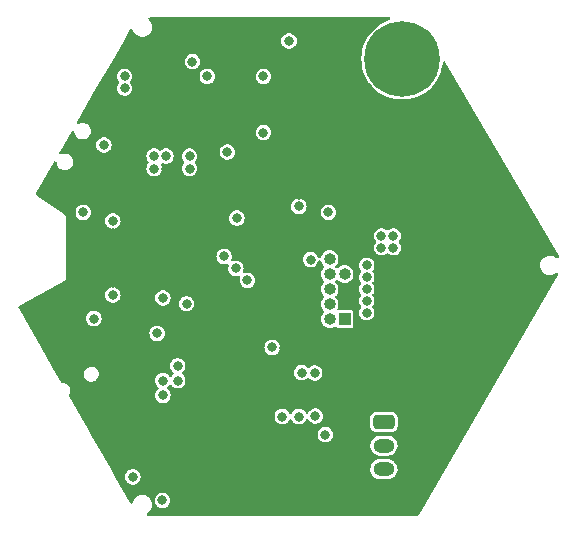
<source format=gbr>
%TF.GenerationSoftware,KiCad,Pcbnew,7.0.5*%
%TF.CreationDate,2023-08-12T02:06:38+02:00*%
%TF.ProjectId,STM32F4_HexGauge_V3,53544d33-3246-4345-9f48-657847617567,rev?*%
%TF.SameCoordinates,Original*%
%TF.FileFunction,Copper,L2,Inr*%
%TF.FilePolarity,Positive*%
%FSLAX46Y46*%
G04 Gerber Fmt 4.6, Leading zero omitted, Abs format (unit mm)*
G04 Created by KiCad (PCBNEW 7.0.5) date 2023-08-12 02:06:38*
%MOMM*%
%LPD*%
G01*
G04 APERTURE LIST*
G04 Aperture macros list*
%AMRoundRect*
0 Rectangle with rounded corners*
0 $1 Rounding radius*
0 $2 $3 $4 $5 $6 $7 $8 $9 X,Y pos of 4 corners*
0 Add a 4 corners polygon primitive as box body*
4,1,4,$2,$3,$4,$5,$6,$7,$8,$9,$2,$3,0*
0 Add four circle primitives for the rounded corners*
1,1,$1+$1,$2,$3*
1,1,$1+$1,$4,$5*
1,1,$1+$1,$6,$7*
1,1,$1+$1,$8,$9*
0 Add four rect primitives between the rounded corners*
20,1,$1+$1,$2,$3,$4,$5,0*
20,1,$1+$1,$4,$5,$6,$7,0*
20,1,$1+$1,$6,$7,$8,$9,0*
20,1,$1+$1,$8,$9,$2,$3,0*%
G04 Aperture macros list end*
%TA.AperFunction,ComponentPad*%
%ADD10C,0.800000*%
%TD*%
%TA.AperFunction,ComponentPad*%
%ADD11C,6.400000*%
%TD*%
%TA.AperFunction,ComponentPad*%
%ADD12RoundRect,0.250000X-0.650000X0.350000X-0.650000X-0.350000X0.650000X-0.350000X0.650000X0.350000X0*%
%TD*%
%TA.AperFunction,ComponentPad*%
%ADD13O,1.800000X1.200000*%
%TD*%
%TA.AperFunction,ComponentPad*%
%ADD14R,1.000000X1.000000*%
%TD*%
%TA.AperFunction,ComponentPad*%
%ADD15O,1.000000X1.000000*%
%TD*%
%TA.AperFunction,ViaPad*%
%ADD16C,0.800000*%
%TD*%
G04 APERTURE END LIST*
D10*
%TO.N,N/C*%
%TO.C,H2*%
X130020000Y-66320000D03*
X130722944Y-64622944D03*
X130722944Y-68017056D03*
X132420000Y-63920000D03*
D11*
X132420000Y-66320000D03*
D10*
X132420000Y-68720000D03*
X134117056Y-64622944D03*
X134117056Y-68017056D03*
X134820000Y-66320000D03*
%TD*%
D12*
%TO.N,+12V*%
%TO.C,J4*%
X130881000Y-97076000D03*
D13*
%TO.N,CAN_CONN+*%
X130881000Y-99076000D03*
%TO.N,CAN_CONN-*%
X130881000Y-101076000D03*
%TO.N,GND*%
X130881000Y-103076000D03*
%TD*%
D14*
%TO.N,+3V3*%
%TO.C,J5*%
X127545000Y-88370000D03*
D15*
%TO.N,SWDIO*%
X126275000Y-88370000D03*
%TO.N,GND*%
X127545000Y-87100000D03*
%TO.N,SWCLK*%
X126275000Y-87100000D03*
%TO.N,GND*%
X127545000Y-85830000D03*
%TO.N,SWO*%
X126275000Y-85830000D03*
%TO.N,unconnected-(J5-Pin_7-Pad7)*%
X127545000Y-84560000D03*
%TO.N,unconnected-(J5-Pin_8-Pad8)*%
X126275000Y-84560000D03*
%TO.N,GND*%
X127545000Y-83290000D03*
%TO.N,NRST*%
X126275000Y-83290000D03*
%TD*%
D16*
%TO.N,+3V3*%
X125911247Y-98153435D03*
X112170000Y-93570000D03*
X112120000Y-103720000D03*
X105420000Y-79320000D03*
X114670000Y-66570000D03*
X106320000Y-88320000D03*
X111420000Y-74570000D03*
X129420000Y-83820000D03*
X107170000Y-73620000D03*
X107920000Y-80049998D03*
X129420000Y-87820000D03*
X121417579Y-90764144D03*
X108920000Y-68820000D03*
X129420000Y-86820000D03*
X131670000Y-82320000D03*
X111420000Y-75620000D03*
X107920000Y-86320000D03*
X123670000Y-78820000D03*
X129420000Y-85820000D03*
X109620000Y-101720000D03*
X113420000Y-93570000D03*
X129420000Y-84820000D03*
X130670000Y-82320000D03*
X130670000Y-81320000D03*
X131670000Y-81320000D03*
X114420000Y-74570000D03*
X122840000Y-64820000D03*
X113420000Y-92320000D03*
%TO.N,GND*%
X133670000Y-94570000D03*
X112420000Y-75620000D03*
X109920000Y-76320000D03*
X107120000Y-98620000D03*
X108920000Y-71320006D03*
X123670000Y-77820000D03*
X122422275Y-90820110D03*
X123920000Y-91820000D03*
X130670000Y-88320000D03*
X130670000Y-89320000D03*
X107920000Y-81070000D03*
X132920000Y-74570000D03*
X131920000Y-93570000D03*
X132916000Y-73572000D03*
X111920000Y-65620000D03*
X130670000Y-87320000D03*
X105420000Y-81070000D03*
X125072977Y-102120012D03*
X133932000Y-74588000D03*
X104920000Y-77570000D03*
X135670000Y-94570000D03*
X110720000Y-65620000D03*
X122174000Y-100076000D03*
X109670000Y-98620000D03*
X101520000Y-86820000D03*
X132920000Y-93570000D03*
X127670000Y-91820000D03*
X126169998Y-77070000D03*
X125044994Y-64820000D03*
X116120000Y-103720000D03*
X117920000Y-64820000D03*
X115920002Y-71320000D03*
X126620000Y-94870000D03*
X113400000Y-99400000D03*
X134670000Y-94570000D03*
X113420000Y-94820000D03*
X126620000Y-95820000D03*
X103320000Y-78520000D03*
X133932000Y-73572000D03*
X108170000Y-94820000D03*
X107920000Y-85320000D03*
X112170004Y-92320000D03*
X122920000Y-74570000D03*
X126620000Y-96820000D03*
%TO.N,TFT_DC*%
X122270000Y-96620000D03*
%TO.N,TFT_CS*%
X123905939Y-92906453D03*
%TO.N,TFT_SCK*%
X123670006Y-96620000D03*
%TO.N,TFT_MOSI*%
X125020000Y-92920000D03*
%TO.N,TFT_RST*%
X125070002Y-96570000D03*
%TO.N,SWDIO*%
X126170000Y-79320000D03*
X124670000Y-83320000D03*
%TO.N,NRST*%
X117348000Y-83058000D03*
%TO.N,SWCLK*%
X119320000Y-85090000D03*
%TO.N,SWO*%
X118344988Y-84074000D03*
%TO.N,IMU_SCL*%
X112420000Y-74570000D03*
X114420000Y-75620000D03*
%TO.N,CAN_TX*%
X114170000Y-87070000D03*
X111670000Y-89570000D03*
%TO.N,IMU_INT*%
X115920000Y-67820000D03*
X108920000Y-67820000D03*
%TO.N,SD_DAT2*%
X118420000Y-79820000D03*
X117620000Y-74220000D03*
%TO.N,SD_DAT3*%
X120670000Y-67820000D03*
X120670034Y-72570000D03*
%TO.N,CAN_SC*%
X112170007Y-86570007D03*
X112170000Y-94820000D03*
%TD*%
%TA.AperFunction,Conductor*%
%TO.N,GND*%
G36*
X131371259Y-62819685D02*
G01*
X131417014Y-62872489D01*
X131426958Y-62941647D01*
X131397933Y-63005203D01*
X131343814Y-63041508D01*
X131140962Y-63109858D01*
X131140959Y-63109859D01*
X131140951Y-63109862D01*
X130801391Y-63266959D01*
X130801378Y-63266966D01*
X130480794Y-63459853D01*
X130480789Y-63459857D01*
X130182913Y-63686296D01*
X130182912Y-63686297D01*
X129911272Y-63943608D01*
X129669052Y-64228770D01*
X129669045Y-64228780D01*
X129459073Y-64538465D01*
X129283815Y-64869036D01*
X129283806Y-64869054D01*
X129145318Y-65216635D01*
X129145317Y-65216637D01*
X129045223Y-65577146D01*
X129045222Y-65577149D01*
X128984688Y-65946389D01*
X128964432Y-66319997D01*
X128964432Y-66320002D01*
X128984688Y-66693610D01*
X129029369Y-66966153D01*
X129035660Y-67004528D01*
X129045222Y-67062850D01*
X129045223Y-67062853D01*
X129145317Y-67423362D01*
X129145318Y-67423364D01*
X129283806Y-67770945D01*
X129283815Y-67770963D01*
X129459073Y-68101534D01*
X129562806Y-68254528D01*
X129651586Y-68385470D01*
X129669045Y-68411219D01*
X129669052Y-68411229D01*
X129883063Y-68663181D01*
X129911273Y-68696392D01*
X130182913Y-68953703D01*
X130480780Y-69180136D01*
X130480785Y-69180139D01*
X130480789Y-69180142D01*
X130480794Y-69180146D01*
X130778525Y-69359283D01*
X130801383Y-69373036D01*
X130801387Y-69373037D01*
X130801391Y-69373040D01*
X131012048Y-69470500D01*
X131140962Y-69530142D01*
X131495538Y-69649613D01*
X131860951Y-69730046D01*
X132232919Y-69770500D01*
X132232925Y-69770500D01*
X132607075Y-69770500D01*
X132607081Y-69770500D01*
X132979049Y-69730046D01*
X133344462Y-69649613D01*
X133699038Y-69530142D01*
X134038617Y-69373036D01*
X134159912Y-69300055D01*
X134359205Y-69180146D01*
X134359210Y-69180142D01*
X134359209Y-69180142D01*
X134359220Y-69180136D01*
X134657087Y-68953703D01*
X134928727Y-68696392D01*
X135170954Y-68411221D01*
X135380928Y-68101531D01*
X135556189Y-67770955D01*
X135694680Y-67423368D01*
X135705203Y-67385470D01*
X135734287Y-67280717D01*
X135794779Y-67062845D01*
X135855311Y-66693613D01*
X135859013Y-66625334D01*
X135882296Y-66559461D01*
X135937499Y-66516632D01*
X136007095Y-66510446D01*
X136068986Y-66542869D01*
X136090050Y-66569760D01*
X145662245Y-83046488D01*
X145678900Y-83114343D01*
X145656226Y-83180431D01*
X145601421Y-83223770D01*
X145531886Y-83230599D01*
X145479984Y-83207493D01*
X145445608Y-83181361D01*
X145348618Y-83107631D01*
X145348616Y-83107630D01*
X145348615Y-83107629D01*
X145185457Y-83032145D01*
X145009887Y-82993500D01*
X144875184Y-82993500D01*
X144875182Y-82993500D01*
X144741278Y-83008063D01*
X144669806Y-83032145D01*
X144570915Y-83065465D01*
X144570913Y-83065465D01*
X144570913Y-83065466D01*
X144416876Y-83158147D01*
X144286356Y-83281781D01*
X144185471Y-83430575D01*
X144185470Y-83430576D01*
X144118929Y-83597583D01*
X144118928Y-83597587D01*
X144089845Y-83774986D01*
X144089844Y-83774989D01*
X144099577Y-83954501D01*
X144099578Y-83954506D01*
X144147670Y-84127718D01*
X144147674Y-84127726D01*
X144231881Y-84286557D01*
X144321397Y-84391943D01*
X144348265Y-84423574D01*
X144491382Y-84532369D01*
X144654541Y-84607854D01*
X144830113Y-84646500D01*
X144830116Y-84646500D01*
X144964810Y-84646500D01*
X144964816Y-84646500D01*
X145098721Y-84631937D01*
X145269085Y-84574535D01*
X145423126Y-84481851D01*
X145424028Y-84480996D01*
X145424708Y-84480648D01*
X145428478Y-84477783D01*
X145428991Y-84478458D01*
X145486236Y-84449183D01*
X145555767Y-84456052D01*
X145610547Y-84499421D01*
X145633183Y-84565523D01*
X145616560Y-84633246D01*
X133835839Y-104938228D01*
X133785170Y-104986336D01*
X133728584Y-105000000D01*
X110924067Y-105000000D01*
X110857028Y-104980315D01*
X110811273Y-104927511D01*
X110801329Y-104858353D01*
X110830354Y-104794797D01*
X110860138Y-104769750D01*
X110868910Y-104764471D01*
X110923126Y-104731851D01*
X111053642Y-104608220D01*
X111154529Y-104459423D01*
X111221070Y-104292416D01*
X111250155Y-104115010D01*
X111240422Y-103935499D01*
X111240422Y-103935498D01*
X111240421Y-103935493D01*
X111192329Y-103762281D01*
X111192325Y-103762273D01*
X111169913Y-103720000D01*
X111464722Y-103720000D01*
X111483762Y-103876818D01*
X111521784Y-103977071D01*
X111539780Y-104024523D01*
X111629517Y-104154530D01*
X111747760Y-104259283D01*
X111747762Y-104259284D01*
X111887634Y-104332696D01*
X112041014Y-104370500D01*
X112041015Y-104370500D01*
X112198985Y-104370500D01*
X112352365Y-104332696D01*
X112429111Y-104292416D01*
X112492240Y-104259283D01*
X112610483Y-104154530D01*
X112700220Y-104024523D01*
X112756237Y-103876818D01*
X112775278Y-103720000D01*
X112761126Y-103603442D01*
X112756237Y-103563181D01*
X112719542Y-103466426D01*
X112700220Y-103415477D01*
X112610483Y-103285470D01*
X112492240Y-103180717D01*
X112492238Y-103180716D01*
X112492237Y-103180715D01*
X112352365Y-103107303D01*
X112198986Y-103069500D01*
X112198985Y-103069500D01*
X112041015Y-103069500D01*
X112041014Y-103069500D01*
X111887634Y-103107303D01*
X111747762Y-103180715D01*
X111629516Y-103285471D01*
X111539781Y-103415475D01*
X111539780Y-103415476D01*
X111483762Y-103563181D01*
X111464722Y-103719999D01*
X111464722Y-103720000D01*
X111169913Y-103720000D01*
X111108118Y-103603442D01*
X110991735Y-103466426D01*
X110924713Y-103415477D01*
X110848618Y-103357631D01*
X110848616Y-103357630D01*
X110848615Y-103357629D01*
X110685457Y-103282145D01*
X110509887Y-103243500D01*
X110375184Y-103243500D01*
X110375182Y-103243500D01*
X110241278Y-103258063D01*
X110154706Y-103287232D01*
X110070915Y-103315465D01*
X110070913Y-103315465D01*
X110070913Y-103315466D01*
X109916876Y-103408147D01*
X109786356Y-103531781D01*
X109685471Y-103680575D01*
X109685470Y-103680576D01*
X109618929Y-103847583D01*
X109618929Y-103847585D01*
X109613800Y-103878869D01*
X109583528Y-103941840D01*
X109524017Y-103978449D01*
X109454161Y-103977071D01*
X109396139Y-103938146D01*
X109383741Y-103920273D01*
X108127925Y-101720000D01*
X108964722Y-101720000D01*
X108983762Y-101876818D01*
X109039779Y-102024523D01*
X109039780Y-102024523D01*
X109129517Y-102154530D01*
X109247760Y-102259283D01*
X109247762Y-102259284D01*
X109387634Y-102332696D01*
X109541014Y-102370500D01*
X109541015Y-102370500D01*
X109698985Y-102370500D01*
X109852365Y-102332696D01*
X109852365Y-102332695D01*
X109992240Y-102259283D01*
X110110483Y-102154530D01*
X110200220Y-102024523D01*
X110256237Y-101876818D01*
X110275278Y-101720000D01*
X110272498Y-101697100D01*
X110256237Y-101563181D01*
X110223447Y-101476723D01*
X110200220Y-101415477D01*
X110110483Y-101285470D01*
X109992240Y-101180717D01*
X109992238Y-101180716D01*
X109992237Y-101180715D01*
X109852365Y-101107303D01*
X109698986Y-101069500D01*
X109698985Y-101069500D01*
X109541015Y-101069500D01*
X109541014Y-101069500D01*
X109387634Y-101107303D01*
X109247762Y-101180715D01*
X109129516Y-101285471D01*
X109039781Y-101415475D01*
X109039780Y-101415476D01*
X108983762Y-101563181D01*
X108964722Y-101719999D01*
X108964722Y-101720000D01*
X108127925Y-101720000D01*
X107733924Y-101029685D01*
X129726740Y-101029685D01*
X129736755Y-101214406D01*
X129736755Y-101214411D01*
X129786244Y-101392656D01*
X129786247Y-101392662D01*
X129872898Y-101556102D01*
X129935540Y-101629850D01*
X129992663Y-101697100D01*
X130139936Y-101809054D01*
X130307833Y-101886732D01*
X130307834Y-101886732D01*
X130307836Y-101886733D01*
X130362648Y-101898797D01*
X130488503Y-101926500D01*
X130488506Y-101926500D01*
X131227107Y-101926500D01*
X131227113Y-101926500D01*
X131364910Y-101911514D01*
X131540221Y-101852444D01*
X131698736Y-101757070D01*
X131833041Y-101629849D01*
X131936858Y-101476730D01*
X132005331Y-101304875D01*
X132035260Y-101122317D01*
X132025245Y-100937593D01*
X131975754Y-100759341D01*
X131889100Y-100595896D01*
X131826460Y-100522151D01*
X131769337Y-100454900D01*
X131690449Y-100394931D01*
X131622064Y-100342946D01*
X131454167Y-100265268D01*
X131454163Y-100265266D01*
X131273497Y-100225500D01*
X130534887Y-100225500D01*
X130534883Y-100225500D01*
X130397088Y-100240486D01*
X130221776Y-100299557D01*
X130221774Y-100299558D01*
X130063262Y-100394931D01*
X130063261Y-100394932D01*
X129928959Y-100522149D01*
X129825138Y-100675276D01*
X129756669Y-100847122D01*
X129726740Y-101029685D01*
X107733924Y-101029685D01*
X106592415Y-99029685D01*
X129726740Y-99029685D01*
X129736755Y-99214406D01*
X129736755Y-99214411D01*
X129786244Y-99392656D01*
X129786247Y-99392662D01*
X129872898Y-99556102D01*
X129935540Y-99629850D01*
X129992663Y-99697100D01*
X130139936Y-99809054D01*
X130307833Y-99886732D01*
X130307834Y-99886732D01*
X130307836Y-99886733D01*
X130362648Y-99898797D01*
X130488503Y-99926500D01*
X130488506Y-99926500D01*
X131227107Y-99926500D01*
X131227113Y-99926500D01*
X131364910Y-99911514D01*
X131540221Y-99852444D01*
X131698736Y-99757070D01*
X131833041Y-99629849D01*
X131936858Y-99476730D01*
X132005331Y-99304875D01*
X132035260Y-99122317D01*
X132025245Y-98937593D01*
X132000126Y-98847122D01*
X131975755Y-98759343D01*
X131975752Y-98759337D01*
X131889101Y-98595897D01*
X131769337Y-98454900D01*
X131690449Y-98394931D01*
X131622064Y-98342946D01*
X131454167Y-98265268D01*
X131454163Y-98265266D01*
X131273497Y-98225500D01*
X130534887Y-98225500D01*
X130534883Y-98225500D01*
X130397088Y-98240486D01*
X130221776Y-98299557D01*
X130221774Y-98299558D01*
X130063262Y-98394931D01*
X130063261Y-98394932D01*
X129928959Y-98522149D01*
X129825138Y-98675276D01*
X129756669Y-98847122D01*
X129726740Y-99029685D01*
X106592415Y-99029685D01*
X106092291Y-98153435D01*
X125255969Y-98153435D01*
X125275009Y-98310253D01*
X125307124Y-98394931D01*
X125331027Y-98457958D01*
X125420764Y-98587965D01*
X125539007Y-98692718D01*
X125539009Y-98692719D01*
X125678881Y-98766131D01*
X125832261Y-98803935D01*
X125832262Y-98803935D01*
X125990232Y-98803935D01*
X126143612Y-98766131D01*
X126156557Y-98759337D01*
X126283487Y-98692718D01*
X126401730Y-98587965D01*
X126491467Y-98457958D01*
X126547484Y-98310253D01*
X126566525Y-98153435D01*
X126547484Y-97996617D01*
X126491467Y-97848912D01*
X126401730Y-97718905D01*
X126283487Y-97614152D01*
X126283485Y-97614151D01*
X126283484Y-97614150D01*
X126143612Y-97540738D01*
X125990233Y-97502935D01*
X125990232Y-97502935D01*
X125832262Y-97502935D01*
X125832261Y-97502935D01*
X125678881Y-97540738D01*
X125539009Y-97614150D01*
X125420763Y-97718906D01*
X125331028Y-97848910D01*
X125331027Y-97848911D01*
X125275009Y-97996616D01*
X125255969Y-98153434D01*
X125255969Y-98153435D01*
X106092291Y-98153435D01*
X105704426Y-97473870D01*
X129730500Y-97473870D01*
X129730501Y-97473876D01*
X129736908Y-97533483D01*
X129787202Y-97668328D01*
X129787206Y-97668335D01*
X129873452Y-97783544D01*
X129873455Y-97783547D01*
X129988664Y-97869793D01*
X129988671Y-97869797D01*
X130123517Y-97920091D01*
X130123516Y-97920091D01*
X130130444Y-97920835D01*
X130183127Y-97926500D01*
X131578872Y-97926499D01*
X131638483Y-97920091D01*
X131773331Y-97869796D01*
X131888546Y-97783546D01*
X131974796Y-97668331D01*
X132025091Y-97533483D01*
X132031500Y-97473873D01*
X132031499Y-96678128D01*
X132026299Y-96629757D01*
X132025091Y-96618516D01*
X131974797Y-96483671D01*
X131974793Y-96483664D01*
X131888547Y-96368455D01*
X131888544Y-96368452D01*
X131773335Y-96282206D01*
X131773328Y-96282202D01*
X131638482Y-96231908D01*
X131638483Y-96231908D01*
X131578883Y-96225501D01*
X131578881Y-96225500D01*
X131578873Y-96225500D01*
X131578864Y-96225500D01*
X130183129Y-96225500D01*
X130183123Y-96225501D01*
X130123516Y-96231908D01*
X129988671Y-96282202D01*
X129988664Y-96282206D01*
X129873455Y-96368452D01*
X129873452Y-96368455D01*
X129787206Y-96483664D01*
X129787202Y-96483671D01*
X129736908Y-96618517D01*
X129730501Y-96678116D01*
X129730501Y-96678123D01*
X129730500Y-96678135D01*
X129730500Y-97473870D01*
X105704426Y-97473870D01*
X105217076Y-96620000D01*
X121614721Y-96620000D01*
X121633762Y-96776818D01*
X121680304Y-96899536D01*
X121689780Y-96924523D01*
X121779517Y-97054530D01*
X121897760Y-97159283D01*
X121897762Y-97159284D01*
X122037634Y-97232696D01*
X122191014Y-97270500D01*
X122191015Y-97270500D01*
X122348985Y-97270500D01*
X122502365Y-97232696D01*
X122525602Y-97220500D01*
X122642240Y-97159283D01*
X122760483Y-97054530D01*
X122850220Y-96924523D01*
X122854061Y-96914394D01*
X122896238Y-96858692D01*
X122961836Y-96834634D01*
X123030026Y-96849861D01*
X123079160Y-96899536D01*
X123085944Y-96914394D01*
X123089786Y-96924523D01*
X123179523Y-97054530D01*
X123297766Y-97159283D01*
X123297768Y-97159284D01*
X123437640Y-97232696D01*
X123591020Y-97270500D01*
X123591021Y-97270500D01*
X123748991Y-97270500D01*
X123902371Y-97232696D01*
X123925608Y-97220500D01*
X124042246Y-97159283D01*
X124160489Y-97054530D01*
X124250226Y-96924523D01*
X124264024Y-96888138D01*
X124306199Y-96832439D01*
X124371796Y-96808380D01*
X124439987Y-96823606D01*
X124484761Y-96868873D01*
X124485521Y-96868350D01*
X124488471Y-96872623D01*
X124489121Y-96873281D01*
X124489758Y-96874478D01*
X124489780Y-96874521D01*
X124524293Y-96924521D01*
X124579519Y-97004530D01*
X124697762Y-97109283D01*
X124697764Y-97109284D01*
X124837636Y-97182696D01*
X124991016Y-97220500D01*
X124991017Y-97220500D01*
X125148987Y-97220500D01*
X125302367Y-97182696D01*
X125346976Y-97159283D01*
X125442242Y-97109283D01*
X125560485Y-97004530D01*
X125650222Y-96874523D01*
X125706239Y-96726818D01*
X125725280Y-96570000D01*
X125706239Y-96413182D01*
X125703274Y-96405365D01*
X125673026Y-96325607D01*
X125650222Y-96265477D01*
X125560485Y-96135470D01*
X125442242Y-96030717D01*
X125442240Y-96030716D01*
X125442239Y-96030715D01*
X125302367Y-95957303D01*
X125148988Y-95919500D01*
X125148987Y-95919500D01*
X124991017Y-95919500D01*
X124991016Y-95919500D01*
X124837636Y-95957303D01*
X124697764Y-96030715D01*
X124579518Y-96135471D01*
X124489783Y-96265474D01*
X124475984Y-96301860D01*
X124433805Y-96357562D01*
X124368208Y-96381619D01*
X124300017Y-96366392D01*
X124255247Y-96321125D01*
X124254487Y-96321650D01*
X124251532Y-96317369D01*
X124250885Y-96316715D01*
X124250246Y-96315515D01*
X124250225Y-96315476D01*
X124160489Y-96185470D01*
X124042246Y-96080717D01*
X124042244Y-96080716D01*
X124042243Y-96080715D01*
X123902371Y-96007303D01*
X123748992Y-95969500D01*
X123748991Y-95969500D01*
X123591021Y-95969500D01*
X123591020Y-95969500D01*
X123437640Y-96007303D01*
X123297768Y-96080715D01*
X123179522Y-96185471D01*
X123089787Y-96315475D01*
X123089785Y-96315478D01*
X123085944Y-96325607D01*
X123043766Y-96381309D01*
X122978168Y-96405365D01*
X122909978Y-96390137D01*
X122860845Y-96340461D01*
X122854062Y-96325607D01*
X122852362Y-96321125D01*
X122850220Y-96315477D01*
X122760483Y-96185470D01*
X122642240Y-96080717D01*
X122642238Y-96080716D01*
X122642237Y-96080715D01*
X122502365Y-96007303D01*
X122348986Y-95969500D01*
X122348985Y-95969500D01*
X122191015Y-95969500D01*
X122191014Y-95969500D01*
X122037634Y-96007303D01*
X121897762Y-96080715D01*
X121779516Y-96185471D01*
X121689781Y-96315475D01*
X121689780Y-96315476D01*
X121633762Y-96463181D01*
X121614721Y-96619999D01*
X121614721Y-96620000D01*
X105217076Y-96620000D01*
X104229639Y-94889946D01*
X104213503Y-94821964D01*
X104214194Y-94820000D01*
X111514722Y-94820000D01*
X111533762Y-94976818D01*
X111555828Y-95035000D01*
X111589780Y-95124523D01*
X111679517Y-95254530D01*
X111797760Y-95359283D01*
X111797762Y-95359284D01*
X111937634Y-95432696D01*
X112091014Y-95470500D01*
X112091015Y-95470500D01*
X112248985Y-95470500D01*
X112402365Y-95432696D01*
X112402364Y-95432695D01*
X112542240Y-95359283D01*
X112660483Y-95254530D01*
X112750220Y-95124523D01*
X112806237Y-94976818D01*
X112825278Y-94820000D01*
X112816454Y-94747323D01*
X112806237Y-94663181D01*
X112754832Y-94527638D01*
X112750220Y-94515477D01*
X112660483Y-94385470D01*
X112660482Y-94385468D01*
X112550253Y-94287816D01*
X112513126Y-94228627D01*
X112513892Y-94158761D01*
X112550253Y-94102184D01*
X112660482Y-94004531D01*
X112660484Y-94004529D01*
X112692950Y-93957492D01*
X112747233Y-93913503D01*
X112816681Y-93905843D01*
X112879246Y-93936946D01*
X112897049Y-93957492D01*
X112929517Y-94004530D01*
X113047760Y-94109283D01*
X113047762Y-94109284D01*
X113187634Y-94182696D01*
X113341014Y-94220500D01*
X113341015Y-94220500D01*
X113498985Y-94220500D01*
X113652365Y-94182696D01*
X113692990Y-94161374D01*
X113792240Y-94109283D01*
X113910483Y-94004530D01*
X114000220Y-93874523D01*
X114056237Y-93726818D01*
X114075278Y-93570000D01*
X114066062Y-93494094D01*
X114056237Y-93413181D01*
X114028903Y-93341109D01*
X114000220Y-93265477D01*
X113922333Y-93152638D01*
X113910482Y-93135468D01*
X113800253Y-93037816D01*
X113763126Y-92978627D01*
X113763892Y-92908761D01*
X113765375Y-92906453D01*
X123250661Y-92906453D01*
X123269701Y-93063271D01*
X123303594Y-93152637D01*
X123325719Y-93210976D01*
X123415456Y-93340983D01*
X123533699Y-93445736D01*
X123533701Y-93445737D01*
X123673573Y-93519149D01*
X123826953Y-93556953D01*
X123826954Y-93556953D01*
X123984924Y-93556953D01*
X124138304Y-93519149D01*
X124278177Y-93445737D01*
X124278176Y-93445737D01*
X124278179Y-93445736D01*
X124373097Y-93361646D01*
X124436329Y-93331925D01*
X124505592Y-93341109D01*
X124537547Y-93361644D01*
X124647760Y-93459283D01*
X124647762Y-93459284D01*
X124787634Y-93532696D01*
X124941014Y-93570500D01*
X124941015Y-93570500D01*
X125098985Y-93570500D01*
X125252365Y-93532696D01*
X125325910Y-93494096D01*
X125392240Y-93459283D01*
X125510483Y-93354530D01*
X125600220Y-93224523D01*
X125656237Y-93076818D01*
X125675278Y-92920000D01*
X125656237Y-92763182D01*
X125652955Y-92754529D01*
X125631015Y-92696677D01*
X125600220Y-92615477D01*
X125510483Y-92485470D01*
X125392240Y-92380717D01*
X125392238Y-92380716D01*
X125392237Y-92380715D01*
X125252365Y-92307303D01*
X125098986Y-92269500D01*
X125098985Y-92269500D01*
X124941015Y-92269500D01*
X124941014Y-92269500D01*
X124787634Y-92307303D01*
X124647761Y-92380715D01*
X124647759Y-92380717D01*
X124552841Y-92464806D01*
X124489608Y-92494527D01*
X124420345Y-92485343D01*
X124388388Y-92464806D01*
X124369760Y-92448303D01*
X124278179Y-92367170D01*
X124278177Y-92367169D01*
X124278176Y-92367168D01*
X124138304Y-92293756D01*
X123984925Y-92255953D01*
X123984924Y-92255953D01*
X123826954Y-92255953D01*
X123826953Y-92255953D01*
X123673573Y-92293756D01*
X123533701Y-92367168D01*
X123415455Y-92471924D01*
X123325720Y-92601928D01*
X123325719Y-92601929D01*
X123269701Y-92749634D01*
X123250661Y-92906452D01*
X123250661Y-92906453D01*
X113765375Y-92906453D01*
X113800253Y-92852184D01*
X113814378Y-92839671D01*
X113897469Y-92766059D01*
X113910482Y-92754531D01*
X113910483Y-92754530D01*
X114000220Y-92624523D01*
X114056237Y-92476818D01*
X114075278Y-92320000D01*
X114073737Y-92307304D01*
X114056237Y-92163181D01*
X114034992Y-92107163D01*
X114000220Y-92015477D01*
X113910483Y-91885470D01*
X113792240Y-91780717D01*
X113792238Y-91780716D01*
X113792237Y-91780715D01*
X113652365Y-91707303D01*
X113498986Y-91669500D01*
X113498985Y-91669500D01*
X113341015Y-91669500D01*
X113341014Y-91669500D01*
X113187634Y-91707303D01*
X113047762Y-91780715D01*
X112929516Y-91885471D01*
X112839781Y-92015475D01*
X112839780Y-92015476D01*
X112783762Y-92163181D01*
X112764722Y-92319999D01*
X112764722Y-92320000D01*
X112783762Y-92476818D01*
X112839780Y-92624523D01*
X112839781Y-92624524D01*
X112926137Y-92749634D01*
X112929517Y-92754530D01*
X113025622Y-92839671D01*
X113039747Y-92852184D01*
X113076874Y-92911374D01*
X113076106Y-92981239D01*
X113039747Y-93037815D01*
X112929517Y-93135470D01*
X112897050Y-93182507D01*
X112842766Y-93226497D01*
X112773318Y-93234156D01*
X112710753Y-93203052D01*
X112692950Y-93182507D01*
X112660483Y-93135470D01*
X112542240Y-93030717D01*
X112542238Y-93030716D01*
X112542237Y-93030715D01*
X112402365Y-92957303D01*
X112248986Y-92919500D01*
X112248985Y-92919500D01*
X112091015Y-92919500D01*
X112091014Y-92919500D01*
X111937634Y-92957303D01*
X111797762Y-93030715D01*
X111679516Y-93135471D01*
X111589781Y-93265475D01*
X111589780Y-93265476D01*
X111533762Y-93413181D01*
X111514722Y-93569999D01*
X111514722Y-93570000D01*
X111533762Y-93726818D01*
X111589780Y-93874523D01*
X111589781Y-93874524D01*
X111679516Y-94004529D01*
X111789747Y-94102184D01*
X111826874Y-94161374D01*
X111826106Y-94231239D01*
X111789747Y-94287816D01*
X111679516Y-94385470D01*
X111589781Y-94515475D01*
X111589780Y-94515476D01*
X111533762Y-94663181D01*
X111514722Y-94819999D01*
X111514722Y-94820000D01*
X104214194Y-94820000D01*
X104236683Y-94756052D01*
X104241783Y-94749445D01*
X104243539Y-94747323D01*
X104310829Y-94604326D01*
X104340442Y-94449088D01*
X104330519Y-94291362D01*
X104281682Y-94141059D01*
X104197001Y-94007623D01*
X104081797Y-93899438D01*
X104081794Y-93899436D01*
X104081792Y-93899434D01*
X103943310Y-93823304D01*
X103943302Y-93823301D01*
X103790236Y-93784000D01*
X103790234Y-93784000D01*
X103671865Y-93784000D01*
X103670417Y-93784000D01*
X103603378Y-93764315D01*
X103562724Y-93721467D01*
X103148041Y-92994915D01*
X105463558Y-92994915D01*
X105473481Y-93152637D01*
X105473481Y-93152640D01*
X105498399Y-93229328D01*
X105522318Y-93302941D01*
X105606999Y-93436377D01*
X105722203Y-93544562D01*
X105722205Y-93544563D01*
X105722207Y-93544565D01*
X105799363Y-93586981D01*
X105860693Y-93620697D01*
X106013766Y-93660000D01*
X106013769Y-93660000D01*
X106132133Y-93660000D01*
X106132135Y-93660000D01*
X106132140Y-93659999D01*
X106132144Y-93659999D01*
X106144873Y-93658390D01*
X106249577Y-93645164D01*
X106396517Y-93586986D01*
X106524372Y-93494094D01*
X106625109Y-93372323D01*
X106692399Y-93229326D01*
X106722012Y-93074088D01*
X106712089Y-92916362D01*
X106663252Y-92766059D01*
X106578571Y-92632623D01*
X106463367Y-92524438D01*
X106463364Y-92524436D01*
X106463362Y-92524434D01*
X106324880Y-92448304D01*
X106324872Y-92448301D01*
X106171806Y-92409000D01*
X106171804Y-92409000D01*
X106053435Y-92409000D01*
X106053425Y-92409000D01*
X105935993Y-92423836D01*
X105935991Y-92423836D01*
X105789054Y-92482013D01*
X105789045Y-92482018D01*
X105661201Y-92574902D01*
X105661200Y-92574903D01*
X105560459Y-92696678D01*
X105493172Y-92839671D01*
X105493170Y-92839674D01*
X105478542Y-92916362D01*
X105463558Y-92994912D01*
X105463558Y-92994914D01*
X105463558Y-92994915D01*
X103148041Y-92994915D01*
X101874818Y-90764144D01*
X120762301Y-90764144D01*
X120781341Y-90920962D01*
X120837359Y-91068666D01*
X120837359Y-91068667D01*
X120927096Y-91198674D01*
X121045339Y-91303427D01*
X121045341Y-91303428D01*
X121185213Y-91376840D01*
X121338593Y-91414644D01*
X121338594Y-91414644D01*
X121496564Y-91414644D01*
X121649944Y-91376840D01*
X121649943Y-91376839D01*
X121789819Y-91303427D01*
X121908062Y-91198674D01*
X121997799Y-91068667D01*
X122053816Y-90920962D01*
X122072857Y-90764144D01*
X122053816Y-90607326D01*
X121997799Y-90459621D01*
X121908062Y-90329614D01*
X121789819Y-90224861D01*
X121789817Y-90224860D01*
X121789816Y-90224859D01*
X121649944Y-90151447D01*
X121496565Y-90113644D01*
X121496564Y-90113644D01*
X121338594Y-90113644D01*
X121338593Y-90113644D01*
X121185213Y-90151447D01*
X121045341Y-90224859D01*
X120927095Y-90329615D01*
X120837360Y-90459619D01*
X120837359Y-90459620D01*
X120781341Y-90607325D01*
X120762301Y-90764143D01*
X120762301Y-90764144D01*
X101874818Y-90764144D01*
X101193254Y-89570000D01*
X111014722Y-89570000D01*
X111033762Y-89726818D01*
X111089780Y-89874522D01*
X111089780Y-89874523D01*
X111179517Y-90004530D01*
X111297760Y-90109283D01*
X111297762Y-90109284D01*
X111437634Y-90182696D01*
X111591014Y-90220500D01*
X111591015Y-90220500D01*
X111748985Y-90220500D01*
X111902365Y-90182696D01*
X111961904Y-90151447D01*
X112042240Y-90109283D01*
X112160483Y-90004530D01*
X112250220Y-89874523D01*
X112306237Y-89726818D01*
X112325278Y-89570000D01*
X112306237Y-89413182D01*
X112250220Y-89265477D01*
X112160483Y-89135470D01*
X112042240Y-89030717D01*
X112042238Y-89030716D01*
X112042237Y-89030715D01*
X111902365Y-88957303D01*
X111748986Y-88919500D01*
X111748985Y-88919500D01*
X111591015Y-88919500D01*
X111591014Y-88919500D01*
X111437634Y-88957303D01*
X111297762Y-89030715D01*
X111275481Y-89050454D01*
X111212821Y-89105966D01*
X111179516Y-89135471D01*
X111089781Y-89265475D01*
X111089780Y-89265476D01*
X111033762Y-89413181D01*
X111014722Y-89569999D01*
X111014722Y-89570000D01*
X101193254Y-89570000D01*
X100479811Y-88320000D01*
X105664722Y-88320000D01*
X105683762Y-88476818D01*
X105739780Y-88624522D01*
X105739780Y-88624523D01*
X105829517Y-88754530D01*
X105947760Y-88859283D01*
X105947762Y-88859284D01*
X106087634Y-88932696D01*
X106241014Y-88970500D01*
X106241015Y-88970500D01*
X106398985Y-88970500D01*
X106552365Y-88932696D01*
X106552364Y-88932695D01*
X106692240Y-88859283D01*
X106810483Y-88754530D01*
X106900220Y-88624523D01*
X106956237Y-88476818D01*
X106975278Y-88320000D01*
X106960944Y-88201943D01*
X106956237Y-88163181D01*
X106910393Y-88042302D01*
X106900220Y-88015477D01*
X106810483Y-87885470D01*
X106692240Y-87780717D01*
X106692238Y-87780716D01*
X106692237Y-87780715D01*
X106552365Y-87707303D01*
X106398986Y-87669500D01*
X106398985Y-87669500D01*
X106241015Y-87669500D01*
X106241014Y-87669500D01*
X106087634Y-87707303D01*
X105947762Y-87780715D01*
X105829516Y-87885471D01*
X105739781Y-88015475D01*
X105739780Y-88015476D01*
X105683762Y-88163181D01*
X105664722Y-88319999D01*
X105664722Y-88320000D01*
X100479811Y-88320000D01*
X99952395Y-87395932D01*
X99936260Y-87327953D01*
X99959440Y-87262041D01*
X100000328Y-87225819D01*
X101647272Y-86320000D01*
X107264722Y-86320000D01*
X107283762Y-86476818D01*
X107339780Y-86624523D01*
X107429517Y-86754530D01*
X107547760Y-86859283D01*
X107547762Y-86859284D01*
X107687634Y-86932696D01*
X107841014Y-86970500D01*
X107841015Y-86970500D01*
X107998985Y-86970500D01*
X108152365Y-86932696D01*
X108189547Y-86913181D01*
X108292240Y-86859283D01*
X108410483Y-86754530D01*
X108500220Y-86624523D01*
X108520895Y-86570007D01*
X111514729Y-86570007D01*
X111533769Y-86726825D01*
X111584005Y-86859284D01*
X111589787Y-86874530D01*
X111679524Y-87004537D01*
X111797767Y-87109290D01*
X111797769Y-87109291D01*
X111937641Y-87182703D01*
X112091021Y-87220507D01*
X112091022Y-87220507D01*
X112248992Y-87220507D01*
X112402372Y-87182703D01*
X112513221Y-87124524D01*
X112542247Y-87109290D01*
X112586597Y-87070000D01*
X113514722Y-87070000D01*
X113533762Y-87226818D01*
X113572118Y-87327953D01*
X113589780Y-87374523D01*
X113679517Y-87504530D01*
X113797760Y-87609283D01*
X113797762Y-87609284D01*
X113937634Y-87682696D01*
X114091014Y-87720500D01*
X114091015Y-87720500D01*
X114248985Y-87720500D01*
X114402365Y-87682696D01*
X114402364Y-87682695D01*
X114542240Y-87609283D01*
X114660483Y-87504530D01*
X114750220Y-87374523D01*
X114806237Y-87226818D01*
X114825278Y-87070000D01*
X114817330Y-87004537D01*
X114806237Y-86913181D01*
X114752811Y-86772310D01*
X114750220Y-86765477D01*
X114660483Y-86635470D01*
X114542240Y-86530717D01*
X114542238Y-86530716D01*
X114542237Y-86530715D01*
X114402365Y-86457303D01*
X114248986Y-86419500D01*
X114248985Y-86419500D01*
X114091015Y-86419500D01*
X114091014Y-86419500D01*
X113937634Y-86457303D01*
X113797762Y-86530715D01*
X113679516Y-86635471D01*
X113589781Y-86765475D01*
X113589780Y-86765476D01*
X113533762Y-86913181D01*
X113514722Y-87069999D01*
X113514722Y-87070000D01*
X112586597Y-87070000D01*
X112660490Y-87004537D01*
X112750227Y-86874530D01*
X112806244Y-86726825D01*
X112825285Y-86570007D01*
X112811601Y-86457304D01*
X112806244Y-86413188D01*
X112769352Y-86315913D01*
X112750227Y-86265484D01*
X112660490Y-86135477D01*
X112542247Y-86030724D01*
X112542245Y-86030723D01*
X112542244Y-86030722D01*
X112402372Y-85957310D01*
X112248993Y-85919507D01*
X112248992Y-85919507D01*
X112091022Y-85919507D01*
X112091021Y-85919507D01*
X111937641Y-85957310D01*
X111797769Y-86030722D01*
X111679523Y-86135478D01*
X111589788Y-86265482D01*
X111589787Y-86265483D01*
X111533769Y-86413188D01*
X111514729Y-86570006D01*
X111514729Y-86570007D01*
X108520895Y-86570007D01*
X108556237Y-86476818D01*
X108575278Y-86320000D01*
X108568659Y-86265483D01*
X108556237Y-86163181D01*
X108506002Y-86030724D01*
X108500220Y-86015477D01*
X108410483Y-85885470D01*
X108292240Y-85780717D01*
X108292238Y-85780716D01*
X108292237Y-85780715D01*
X108152365Y-85707303D01*
X107998986Y-85669500D01*
X107998985Y-85669500D01*
X107841015Y-85669500D01*
X107841014Y-85669500D01*
X107687634Y-85707303D01*
X107547762Y-85780715D01*
X107429516Y-85885471D01*
X107339781Y-86015475D01*
X107339780Y-86015476D01*
X107283762Y-86163181D01*
X107264722Y-86319999D01*
X107264722Y-86320000D01*
X101647272Y-86320000D01*
X103920000Y-85070000D01*
X103920000Y-83058000D01*
X116692721Y-83058000D01*
X116711762Y-83214818D01*
X116745297Y-83303240D01*
X116767780Y-83362523D01*
X116857517Y-83492530D01*
X116975760Y-83597283D01*
X116975762Y-83597284D01*
X117115634Y-83670696D01*
X117269014Y-83708500D01*
X117269015Y-83708500D01*
X117426985Y-83708500D01*
X117580357Y-83670698D01*
X117580357Y-83670697D01*
X117580365Y-83670696D01*
X117580372Y-83670692D01*
X117581879Y-83670121D01*
X117583072Y-83670028D01*
X117587649Y-83668901D01*
X117587836Y-83669661D01*
X117651541Y-83664747D01*
X117713051Y-83697889D01*
X117746878Y-83759024D01*
X117742283Y-83828742D01*
X117741803Y-83830030D01*
X117708751Y-83917181D01*
X117689710Y-84073999D01*
X117689710Y-84074000D01*
X117708750Y-84230818D01*
X117757068Y-84358220D01*
X117764768Y-84378523D01*
X117854505Y-84508530D01*
X117972748Y-84613283D01*
X117972750Y-84613284D01*
X118112622Y-84686696D01*
X118266002Y-84724500D01*
X118266003Y-84724500D01*
X118423973Y-84724500D01*
X118568459Y-84688888D01*
X118638259Y-84691957D01*
X118695321Y-84732277D01*
X118721527Y-84797046D01*
X118714074Y-84853255D01*
X118683763Y-84933178D01*
X118683763Y-84933180D01*
X118664721Y-85089999D01*
X118664721Y-85090000D01*
X118683762Y-85246818D01*
X118739779Y-85394522D01*
X118739780Y-85394523D01*
X118829517Y-85524530D01*
X118947760Y-85629283D01*
X118947762Y-85629284D01*
X119087634Y-85702696D01*
X119241014Y-85740500D01*
X119241015Y-85740500D01*
X119398985Y-85740500D01*
X119552365Y-85702696D01*
X119552364Y-85702696D01*
X119692240Y-85629283D01*
X119810483Y-85524530D01*
X119900220Y-85394523D01*
X119956237Y-85246818D01*
X119975278Y-85090000D01*
X119972850Y-85069999D01*
X119956237Y-84933181D01*
X119925925Y-84853255D01*
X119900220Y-84785477D01*
X119810483Y-84655470D01*
X119692240Y-84550717D01*
X119692238Y-84550716D01*
X119692237Y-84550715D01*
X119552365Y-84477303D01*
X119398986Y-84439500D01*
X119398985Y-84439500D01*
X119241015Y-84439500D01*
X119241014Y-84439500D01*
X119096529Y-84475111D01*
X119026727Y-84472041D01*
X118969665Y-84431721D01*
X118943460Y-84366952D01*
X118950912Y-84310745D01*
X118981225Y-84230818D01*
X119000266Y-84074000D01*
X118981225Y-83917182D01*
X118925208Y-83769477D01*
X118835471Y-83639470D01*
X118717228Y-83534717D01*
X118717226Y-83534716D01*
X118717225Y-83534715D01*
X118577353Y-83461303D01*
X118423974Y-83423500D01*
X118423973Y-83423500D01*
X118266003Y-83423500D01*
X118266002Y-83423500D01*
X118112621Y-83461304D01*
X118111092Y-83461884D01*
X118109894Y-83461976D01*
X118105339Y-83463099D01*
X118105152Y-83462341D01*
X118041429Y-83467248D01*
X117979924Y-83434098D01*
X117946105Y-83372958D01*
X117949603Y-83320000D01*
X124014721Y-83320000D01*
X124033762Y-83476818D01*
X124087187Y-83617686D01*
X124089780Y-83624523D01*
X124179517Y-83754530D01*
X124297760Y-83859283D01*
X124297762Y-83859284D01*
X124437634Y-83932696D01*
X124591014Y-83970500D01*
X124591015Y-83970500D01*
X124748985Y-83970500D01*
X124902365Y-83932696D01*
X124931926Y-83917181D01*
X125042240Y-83859283D01*
X125160483Y-83754530D01*
X125250220Y-83624523D01*
X125306237Y-83476818D01*
X125308897Y-83469805D01*
X125311161Y-83470663D01*
X125340390Y-83420435D01*
X125402602Y-83388631D01*
X125472132Y-83395511D01*
X125526906Y-83438889D01*
X125542694Y-83469515D01*
X125594542Y-83617686D01*
X125594547Y-83617697D01*
X125684518Y-83760884D01*
X125684523Y-83760890D01*
X125760952Y-83837319D01*
X125794437Y-83898642D01*
X125789453Y-83968334D01*
X125760952Y-84012681D01*
X125684523Y-84089109D01*
X125684518Y-84089115D01*
X125594547Y-84232302D01*
X125594545Y-84232305D01*
X125538685Y-84391943D01*
X125519751Y-84559997D01*
X125519751Y-84560002D01*
X125538685Y-84728056D01*
X125594545Y-84887694D01*
X125594547Y-84887697D01*
X125684518Y-85030884D01*
X125684520Y-85030886D01*
X125684523Y-85030890D01*
X125723632Y-85069999D01*
X125760952Y-85107319D01*
X125794436Y-85168643D01*
X125789451Y-85238334D01*
X125760952Y-85282681D01*
X125684518Y-85359115D01*
X125594547Y-85502302D01*
X125594545Y-85502305D01*
X125538685Y-85661943D01*
X125519751Y-85829997D01*
X125519751Y-85830002D01*
X125538685Y-85998056D01*
X125594545Y-86157694D01*
X125594547Y-86157697D01*
X125684518Y-86300884D01*
X125684520Y-86300886D01*
X125684523Y-86300890D01*
X125760950Y-86377317D01*
X125760952Y-86377319D01*
X125794436Y-86438643D01*
X125789451Y-86508334D01*
X125760952Y-86552681D01*
X125684518Y-86629115D01*
X125594547Y-86772302D01*
X125594545Y-86772305D01*
X125538685Y-86931943D01*
X125519751Y-87099997D01*
X125519751Y-87100002D01*
X125538685Y-87268056D01*
X125594545Y-87427694D01*
X125594547Y-87427697D01*
X125684518Y-87570884D01*
X125684523Y-87570890D01*
X125760952Y-87647319D01*
X125794437Y-87708642D01*
X125789453Y-87778334D01*
X125760952Y-87822681D01*
X125684523Y-87899109D01*
X125684518Y-87899115D01*
X125594547Y-88042302D01*
X125594545Y-88042305D01*
X125538685Y-88201943D01*
X125519751Y-88369997D01*
X125519751Y-88370002D01*
X125538685Y-88538056D01*
X125594545Y-88697694D01*
X125594547Y-88697697D01*
X125684518Y-88840884D01*
X125684523Y-88840890D01*
X125804109Y-88960476D01*
X125804115Y-88960481D01*
X125947302Y-89050452D01*
X125947305Y-89050454D01*
X125947309Y-89050455D01*
X125947310Y-89050456D01*
X126019913Y-89075860D01*
X126106943Y-89106314D01*
X126274997Y-89125249D01*
X126275000Y-89125249D01*
X126275003Y-89125249D01*
X126443056Y-89106314D01*
X126444051Y-89105966D01*
X126602690Y-89050456D01*
X126602692Y-89050454D01*
X126602694Y-89050454D01*
X126602697Y-89050452D01*
X126684855Y-88998829D01*
X126752091Y-88979828D01*
X126818926Y-89000195D01*
X126853929Y-89034931D01*
X126864398Y-89050600D01*
X126947260Y-89105966D01*
X126947264Y-89105967D01*
X127020321Y-89120499D01*
X127020324Y-89120500D01*
X127020326Y-89120500D01*
X128069676Y-89120500D01*
X128069677Y-89120499D01*
X128142740Y-89105966D01*
X128225601Y-89050601D01*
X128280966Y-88967740D01*
X128295500Y-88894674D01*
X128295500Y-87845326D01*
X128295500Y-87845325D01*
X128295500Y-87845323D01*
X128295499Y-87845321D01*
X128290462Y-87820000D01*
X128764721Y-87820000D01*
X128783762Y-87976818D01*
X128839779Y-88124522D01*
X128839780Y-88124523D01*
X128929517Y-88254530D01*
X129047760Y-88359283D01*
X129047762Y-88359284D01*
X129187634Y-88432696D01*
X129341014Y-88470500D01*
X129341015Y-88470500D01*
X129498985Y-88470500D01*
X129652365Y-88432696D01*
X129652364Y-88432695D01*
X129792240Y-88359283D01*
X129910483Y-88254530D01*
X130000220Y-88124523D01*
X130056237Y-87976818D01*
X130075278Y-87820000D01*
X130058607Y-87682696D01*
X130056237Y-87663181D01*
X130012179Y-87547011D01*
X130000220Y-87515477D01*
X129913912Y-87390438D01*
X129892030Y-87324086D01*
X129909495Y-87256434D01*
X129913905Y-87249571D01*
X130000220Y-87124523D01*
X130056237Y-86976818D01*
X130075278Y-86820000D01*
X130069488Y-86772310D01*
X130056237Y-86663181D01*
X130020900Y-86570006D01*
X130000220Y-86515477D01*
X129913913Y-86390439D01*
X129892030Y-86324084D01*
X129909496Y-86256433D01*
X129913887Y-86249597D01*
X130000220Y-86124523D01*
X130056237Y-85976818D01*
X130075278Y-85820000D01*
X130056237Y-85663182D01*
X130055766Y-85661941D01*
X130003653Y-85524530D01*
X130000220Y-85515477D01*
X129913912Y-85390438D01*
X129892030Y-85324086D01*
X129909495Y-85256434D01*
X129913905Y-85249571D01*
X130000220Y-85124523D01*
X130056237Y-84976818D01*
X130075278Y-84820000D01*
X130064115Y-84728059D01*
X130056237Y-84663181D01*
X130034992Y-84607164D01*
X130000220Y-84515477D01*
X129913912Y-84390438D01*
X129892030Y-84324086D01*
X129909495Y-84256434D01*
X129913905Y-84249571D01*
X130000220Y-84124523D01*
X130056237Y-83976818D01*
X130075278Y-83820000D01*
X130073531Y-83805607D01*
X130056237Y-83663181D01*
X130014868Y-83554102D01*
X130000220Y-83515477D01*
X129910483Y-83385470D01*
X129792240Y-83280717D01*
X129792238Y-83280716D01*
X129792237Y-83280715D01*
X129652365Y-83207303D01*
X129498986Y-83169500D01*
X129498985Y-83169500D01*
X129341015Y-83169500D01*
X129341014Y-83169500D01*
X129187634Y-83207303D01*
X129047762Y-83280715D01*
X128929516Y-83385471D01*
X128839781Y-83515475D01*
X128839780Y-83515476D01*
X128783762Y-83663181D01*
X128764721Y-83819999D01*
X128764721Y-83820000D01*
X128783762Y-83976818D01*
X128827445Y-84091998D01*
X128839780Y-84124523D01*
X128841989Y-84127723D01*
X128926086Y-84249560D01*
X128947969Y-84315915D01*
X128930503Y-84383566D01*
X128926086Y-84390440D01*
X128839781Y-84515475D01*
X128839780Y-84515476D01*
X128783762Y-84663181D01*
X128764721Y-84819999D01*
X128764721Y-84820000D01*
X128783762Y-84976818D01*
X128819102Y-85070000D01*
X128839780Y-85124523D01*
X128870234Y-85168643D01*
X128926086Y-85249560D01*
X128947969Y-85315915D01*
X128930503Y-85383566D01*
X128926086Y-85390440D01*
X128839781Y-85515475D01*
X128839780Y-85515476D01*
X128783762Y-85663181D01*
X128764721Y-85819999D01*
X128764721Y-85820000D01*
X128783762Y-85976818D01*
X128839779Y-86124521D01*
X128839780Y-86124523D01*
X128926085Y-86249558D01*
X128926086Y-86249559D01*
X128947969Y-86315913D01*
X128930504Y-86383565D01*
X128926087Y-86390438D01*
X128839780Y-86515476D01*
X128783762Y-86663181D01*
X128764721Y-86819999D01*
X128764721Y-86820000D01*
X128783762Y-86976818D01*
X128839780Y-87124523D01*
X128839781Y-87124524D01*
X128926086Y-87249560D01*
X128947969Y-87315915D01*
X128930503Y-87383566D01*
X128926086Y-87390440D01*
X128839781Y-87515475D01*
X128839780Y-87515476D01*
X128783762Y-87663181D01*
X128764721Y-87819999D01*
X128764721Y-87820000D01*
X128290462Y-87820000D01*
X128280967Y-87772264D01*
X128280966Y-87772260D01*
X128256070Y-87735000D01*
X128225601Y-87689399D01*
X128142740Y-87634034D01*
X128142739Y-87634033D01*
X128142735Y-87634032D01*
X128069677Y-87619500D01*
X128069674Y-87619500D01*
X127059295Y-87619500D01*
X126992256Y-87599815D01*
X126946501Y-87547011D01*
X126936557Y-87477853D01*
X126952636Y-87434063D01*
X126952434Y-87433966D01*
X126953439Y-87431877D01*
X126954304Y-87429524D01*
X126954696Y-87428899D01*
X126955456Y-87427690D01*
X127011313Y-87268059D01*
X127011313Y-87268058D01*
X127011314Y-87268056D01*
X127030249Y-87100002D01*
X127030249Y-87099997D01*
X127011314Y-86931943D01*
X126955454Y-86772305D01*
X126955452Y-86772302D01*
X126865481Y-86629115D01*
X126865479Y-86629113D01*
X126865478Y-86629112D01*
X126865477Y-86629110D01*
X126789046Y-86552680D01*
X126755563Y-86491356D01*
X126760548Y-86421665D01*
X126789044Y-86377322D01*
X126865477Y-86300890D01*
X126887725Y-86265483D01*
X126955452Y-86157697D01*
X126955454Y-86157694D01*
X126955454Y-86157692D01*
X126955456Y-86157690D01*
X127011313Y-85998059D01*
X127011313Y-85998058D01*
X127011314Y-85998056D01*
X127030249Y-85830002D01*
X127030249Y-85829997D01*
X127011314Y-85661943D01*
X126960063Y-85515476D01*
X126955456Y-85502310D01*
X126955455Y-85502309D01*
X126955454Y-85502305D01*
X126955452Y-85502302D01*
X126865481Y-85359115D01*
X126865476Y-85359109D01*
X126789048Y-85282681D01*
X126755563Y-85221358D01*
X126760547Y-85151666D01*
X126789048Y-85107319D01*
X126822319Y-85074048D01*
X126883642Y-85040563D01*
X126953334Y-85045547D01*
X126997681Y-85074048D01*
X127074109Y-85150476D01*
X127074115Y-85150481D01*
X127217302Y-85240452D01*
X127217305Y-85240454D01*
X127217309Y-85240455D01*
X127217310Y-85240456D01*
X127262973Y-85256434D01*
X127376943Y-85296314D01*
X127544997Y-85315249D01*
X127545000Y-85315249D01*
X127545003Y-85315249D01*
X127713056Y-85296314D01*
X127752017Y-85282681D01*
X127872690Y-85240456D01*
X127872692Y-85240454D01*
X127872694Y-85240454D01*
X127872697Y-85240452D01*
X128015884Y-85150481D01*
X128015885Y-85150480D01*
X128015890Y-85150477D01*
X128135477Y-85030890D01*
X128169453Y-84976818D01*
X128225452Y-84887697D01*
X128225454Y-84887694D01*
X128225454Y-84887692D01*
X128225456Y-84887690D01*
X128281313Y-84728059D01*
X128281313Y-84728058D01*
X128281314Y-84728056D01*
X128300249Y-84560002D01*
X128300249Y-84559997D01*
X128281314Y-84391943D01*
X128225454Y-84232305D01*
X128225452Y-84232302D01*
X128135481Y-84089115D01*
X128135476Y-84089109D01*
X128015890Y-83969523D01*
X128015884Y-83969518D01*
X127872697Y-83879547D01*
X127872694Y-83879545D01*
X127713056Y-83823685D01*
X127545003Y-83804751D01*
X127544997Y-83804751D01*
X127376943Y-83823685D01*
X127217305Y-83879545D01*
X127217302Y-83879547D01*
X127074115Y-83969518D01*
X126997680Y-84045953D01*
X126936356Y-84079437D01*
X126866665Y-84074452D01*
X126822321Y-84045954D01*
X126789044Y-84012677D01*
X126755562Y-83951356D01*
X126760548Y-83881665D01*
X126789048Y-83837319D01*
X126821616Y-83804751D01*
X126865477Y-83760890D01*
X126865481Y-83760884D01*
X126955452Y-83617697D01*
X126955454Y-83617694D01*
X126955454Y-83617692D01*
X126955456Y-83617690D01*
X127011313Y-83458059D01*
X127011313Y-83458058D01*
X127011314Y-83458056D01*
X127030249Y-83290002D01*
X127030249Y-83289997D01*
X127011314Y-83121943D01*
X126974059Y-83015475D01*
X126955456Y-82962310D01*
X126955455Y-82962309D01*
X126955454Y-82962305D01*
X126955452Y-82962302D01*
X126865481Y-82819115D01*
X126865476Y-82819109D01*
X126745890Y-82699523D01*
X126745884Y-82699518D01*
X126602697Y-82609547D01*
X126602694Y-82609545D01*
X126443056Y-82553685D01*
X126275003Y-82534751D01*
X126274997Y-82534751D01*
X126106943Y-82553685D01*
X125947305Y-82609545D01*
X125947302Y-82609547D01*
X125804115Y-82699518D01*
X125804109Y-82699523D01*
X125684523Y-82819109D01*
X125684518Y-82819115D01*
X125594547Y-82962302D01*
X125594545Y-82962305D01*
X125538684Y-83121946D01*
X125537137Y-83128729D01*
X125534543Y-83128137D01*
X125512143Y-83181361D01*
X125454526Y-83220883D01*
X125384688Y-83222981D01*
X125324802Y-83186989D01*
X125300092Y-83146980D01*
X125250220Y-83015477D01*
X125160483Y-82885470D01*
X125042240Y-82780717D01*
X125042238Y-82780716D01*
X125042237Y-82780715D01*
X124902365Y-82707303D01*
X124748986Y-82669500D01*
X124748985Y-82669500D01*
X124591015Y-82669500D01*
X124591014Y-82669500D01*
X124437634Y-82707303D01*
X124297762Y-82780715D01*
X124179516Y-82885471D01*
X124089781Y-83015475D01*
X124089780Y-83015476D01*
X124033762Y-83163181D01*
X124014721Y-83319999D01*
X124014721Y-83320000D01*
X117949603Y-83320000D01*
X117950710Y-83303240D01*
X117951185Y-83301968D01*
X117955724Y-83290002D01*
X117980842Y-83223770D01*
X117984236Y-83214822D01*
X117984236Y-83214820D01*
X117984237Y-83214818D01*
X118003278Y-83058000D01*
X117988064Y-82932696D01*
X117984237Y-82901181D01*
X117953048Y-82818944D01*
X117928220Y-82753477D01*
X117838483Y-82623470D01*
X117720240Y-82518717D01*
X117720238Y-82518716D01*
X117720237Y-82518715D01*
X117580365Y-82445303D01*
X117426986Y-82407500D01*
X117426985Y-82407500D01*
X117269015Y-82407500D01*
X117269014Y-82407500D01*
X117115634Y-82445303D01*
X116975762Y-82518715D01*
X116857516Y-82623471D01*
X116767781Y-82753475D01*
X116767780Y-82753476D01*
X116711762Y-82901181D01*
X116692721Y-83057999D01*
X116692721Y-83058000D01*
X103920000Y-83058000D01*
X103920000Y-82320000D01*
X130014721Y-82320000D01*
X130033762Y-82476818D01*
X130084099Y-82609544D01*
X130089780Y-82624523D01*
X130179517Y-82754530D01*
X130297760Y-82859283D01*
X130297762Y-82859284D01*
X130437634Y-82932696D01*
X130591014Y-82970500D01*
X130591015Y-82970500D01*
X130748985Y-82970500D01*
X130902365Y-82932696D01*
X131042237Y-82859285D01*
X131042238Y-82859283D01*
X131042240Y-82859283D01*
X131087774Y-82818943D01*
X131151006Y-82789223D01*
X131220270Y-82798407D01*
X131252224Y-82818942D01*
X131286890Y-82849653D01*
X131297762Y-82859285D01*
X131437634Y-82932696D01*
X131591014Y-82970500D01*
X131591015Y-82970500D01*
X131748985Y-82970500D01*
X131902365Y-82932696D01*
X131962411Y-82901181D01*
X132042240Y-82859283D01*
X132160483Y-82754530D01*
X132250220Y-82624523D01*
X132306237Y-82476818D01*
X132325278Y-82320000D01*
X132306237Y-82163182D01*
X132250220Y-82015477D01*
X132163912Y-81890438D01*
X132142030Y-81824086D01*
X132159495Y-81756434D01*
X132163905Y-81749571D01*
X132250220Y-81624523D01*
X132306237Y-81476818D01*
X132325278Y-81320000D01*
X132306237Y-81163182D01*
X132250220Y-81015477D01*
X132160483Y-80885470D01*
X132042240Y-80780717D01*
X132042238Y-80780716D01*
X132042237Y-80780715D01*
X131902365Y-80707303D01*
X131748986Y-80669500D01*
X131748985Y-80669500D01*
X131591015Y-80669500D01*
X131591014Y-80669500D01*
X131437634Y-80707303D01*
X131297761Y-80780715D01*
X131297759Y-80780717D01*
X131252226Y-80821055D01*
X131188992Y-80850776D01*
X131119729Y-80841592D01*
X131087774Y-80821055D01*
X131042240Y-80780717D01*
X131042238Y-80780715D01*
X130902365Y-80707303D01*
X130748986Y-80669500D01*
X130748985Y-80669500D01*
X130591015Y-80669500D01*
X130591014Y-80669500D01*
X130437634Y-80707303D01*
X130297762Y-80780715D01*
X130179516Y-80885471D01*
X130089781Y-81015475D01*
X130089780Y-81015476D01*
X130033762Y-81163181D01*
X130014721Y-81319999D01*
X130014721Y-81320000D01*
X130033762Y-81476818D01*
X130089780Y-81624523D01*
X130089781Y-81624524D01*
X130176086Y-81749560D01*
X130197969Y-81815915D01*
X130180503Y-81883566D01*
X130176086Y-81890440D01*
X130089781Y-82015475D01*
X130089780Y-82015476D01*
X130033762Y-82163181D01*
X130014721Y-82319999D01*
X130014721Y-82320000D01*
X103920000Y-82320000D01*
X103920000Y-80049998D01*
X107264722Y-80049998D01*
X107283762Y-80206816D01*
X107301858Y-80254530D01*
X107339780Y-80354521D01*
X107429517Y-80484528D01*
X107547760Y-80589281D01*
X107547762Y-80589282D01*
X107687634Y-80662694D01*
X107841014Y-80700498D01*
X107841015Y-80700498D01*
X107998985Y-80700498D01*
X108152365Y-80662694D01*
X108152364Y-80662693D01*
X108292240Y-80589281D01*
X108410483Y-80484528D01*
X108500220Y-80354521D01*
X108556237Y-80206816D01*
X108575278Y-80049998D01*
X108566393Y-79976818D01*
X108556237Y-79893179D01*
X108534992Y-79837162D01*
X108528483Y-79820000D01*
X117764721Y-79820000D01*
X117783762Y-79976818D01*
X117811516Y-80049997D01*
X117839780Y-80124523D01*
X117929517Y-80254530D01*
X118047760Y-80359283D01*
X118047762Y-80359284D01*
X118187634Y-80432696D01*
X118341014Y-80470500D01*
X118341015Y-80470500D01*
X118498985Y-80470500D01*
X118652365Y-80432696D01*
X118652365Y-80432695D01*
X118792240Y-80359283D01*
X118910483Y-80254530D01*
X119000220Y-80124523D01*
X119056237Y-79976818D01*
X119075278Y-79820000D01*
X119056237Y-79663182D01*
X119000220Y-79515477D01*
X118910483Y-79385470D01*
X118792240Y-79280717D01*
X118792238Y-79280716D01*
X118792237Y-79280715D01*
X118652365Y-79207303D01*
X118498986Y-79169500D01*
X118498985Y-79169500D01*
X118341015Y-79169500D01*
X118341014Y-79169500D01*
X118187634Y-79207303D01*
X118047762Y-79280715D01*
X117929516Y-79385471D01*
X117839781Y-79515475D01*
X117839780Y-79515476D01*
X117783762Y-79663181D01*
X117764721Y-79819999D01*
X117764721Y-79820000D01*
X108528483Y-79820000D01*
X108500220Y-79745475D01*
X108410483Y-79615468D01*
X108292240Y-79510715D01*
X108292238Y-79510714D01*
X108292237Y-79510713D01*
X108152365Y-79437301D01*
X107998986Y-79399498D01*
X107998985Y-79399498D01*
X107841015Y-79399498D01*
X107841014Y-79399498D01*
X107687634Y-79437301D01*
X107547762Y-79510713D01*
X107429516Y-79615469D01*
X107339781Y-79745473D01*
X107339780Y-79745474D01*
X107283762Y-79893179D01*
X107264722Y-80049997D01*
X107264722Y-80049998D01*
X103920000Y-80049998D01*
X103920000Y-79620000D01*
X103920000Y-79619999D01*
X103495001Y-79320000D01*
X104764722Y-79320000D01*
X104783762Y-79476818D01*
X104798424Y-79515477D01*
X104839780Y-79624523D01*
X104929517Y-79754530D01*
X105047760Y-79859283D01*
X105047762Y-79859284D01*
X105187634Y-79932696D01*
X105341014Y-79970500D01*
X105341015Y-79970500D01*
X105498985Y-79970500D01*
X105652365Y-79932696D01*
X105727657Y-79893179D01*
X105792240Y-79859283D01*
X105910483Y-79754530D01*
X106000220Y-79624523D01*
X106056237Y-79476818D01*
X106075278Y-79320000D01*
X106056237Y-79163182D01*
X106000220Y-79015477D01*
X105910483Y-78885470D01*
X105836582Y-78820000D01*
X123014721Y-78820000D01*
X123033762Y-78976818D01*
X123048424Y-79015477D01*
X123089780Y-79124523D01*
X123179517Y-79254530D01*
X123297760Y-79359283D01*
X123297762Y-79359284D01*
X123437634Y-79432696D01*
X123591014Y-79470500D01*
X123591015Y-79470500D01*
X123748985Y-79470500D01*
X123902365Y-79432696D01*
X124042240Y-79359283D01*
X124086582Y-79320000D01*
X125514721Y-79320000D01*
X125533762Y-79476818D01*
X125548424Y-79515477D01*
X125589780Y-79624523D01*
X125679517Y-79754530D01*
X125797760Y-79859283D01*
X125797762Y-79859284D01*
X125937634Y-79932696D01*
X126091014Y-79970500D01*
X126091015Y-79970500D01*
X126248985Y-79970500D01*
X126402365Y-79932696D01*
X126477657Y-79893179D01*
X126542240Y-79859283D01*
X126660483Y-79754530D01*
X126750220Y-79624523D01*
X126806237Y-79476818D01*
X126825278Y-79320000D01*
X126806237Y-79163182D01*
X126750220Y-79015477D01*
X126660483Y-78885470D01*
X126542240Y-78780717D01*
X126542238Y-78780716D01*
X126542237Y-78780715D01*
X126402365Y-78707303D01*
X126248986Y-78669500D01*
X126248985Y-78669500D01*
X126091015Y-78669500D01*
X126091014Y-78669500D01*
X125937634Y-78707303D01*
X125797762Y-78780715D01*
X125679516Y-78885471D01*
X125589781Y-79015475D01*
X125589780Y-79015476D01*
X125533762Y-79163181D01*
X125514721Y-79319999D01*
X125514721Y-79320000D01*
X124086582Y-79320000D01*
X124160483Y-79254530D01*
X124250220Y-79124523D01*
X124306237Y-78976818D01*
X124325278Y-78820000D01*
X124306237Y-78663182D01*
X124250220Y-78515477D01*
X124160483Y-78385470D01*
X124042240Y-78280717D01*
X124042238Y-78280716D01*
X124042237Y-78280715D01*
X123902365Y-78207303D01*
X123748986Y-78169500D01*
X123748985Y-78169500D01*
X123591015Y-78169500D01*
X123591014Y-78169500D01*
X123437634Y-78207303D01*
X123297762Y-78280715D01*
X123179516Y-78385471D01*
X123089781Y-78515475D01*
X123089780Y-78515476D01*
X123033762Y-78663181D01*
X123014721Y-78819999D01*
X123014721Y-78820000D01*
X105836582Y-78820000D01*
X105792240Y-78780717D01*
X105792238Y-78780716D01*
X105792237Y-78780715D01*
X105652365Y-78707303D01*
X105498986Y-78669500D01*
X105498985Y-78669500D01*
X105341015Y-78669500D01*
X105341014Y-78669500D01*
X105187634Y-78707303D01*
X105047762Y-78780715D01*
X104929516Y-78885471D01*
X104839781Y-79015475D01*
X104839780Y-79015476D01*
X104783762Y-79163181D01*
X104764722Y-79319999D01*
X104764722Y-79320000D01*
X103495001Y-79320000D01*
X102022682Y-78280717D01*
X101445059Y-77872983D01*
X101401644Y-77818243D01*
X101394715Y-77748718D01*
X101409126Y-77709779D01*
X102934272Y-75062832D01*
X102984796Y-75014575D01*
X103053392Y-75001292D01*
X103118279Y-75027204D01*
X103158857Y-75084083D01*
X103165712Y-75124741D01*
X103165712Y-75133094D01*
X103177938Y-75182696D01*
X103206422Y-75298264D01*
X103285475Y-75448887D01*
X103314238Y-75481354D01*
X103398283Y-75576221D01*
X103488530Y-75638514D01*
X103538280Y-75672855D01*
X103538281Y-75672855D01*
X103538282Y-75672856D01*
X103697340Y-75733178D01*
X103773240Y-75742394D01*
X103823838Y-75748538D01*
X103823840Y-75748538D01*
X103908586Y-75748538D01*
X103950750Y-75743418D01*
X104035084Y-75733178D01*
X104194142Y-75672856D01*
X104270717Y-75620000D01*
X110764722Y-75620000D01*
X110783762Y-75776818D01*
X110839779Y-75924522D01*
X110839780Y-75924523D01*
X110929517Y-76054530D01*
X111047760Y-76159283D01*
X111047762Y-76159284D01*
X111187634Y-76232696D01*
X111341014Y-76270500D01*
X111341015Y-76270500D01*
X111498985Y-76270500D01*
X111652365Y-76232696D01*
X111652364Y-76232695D01*
X111792240Y-76159283D01*
X111910483Y-76054530D01*
X112000220Y-75924523D01*
X112056237Y-75776818D01*
X112075278Y-75620000D01*
X113764722Y-75620000D01*
X113783762Y-75776818D01*
X113839779Y-75924523D01*
X113839780Y-75924523D01*
X113929517Y-76054530D01*
X114047760Y-76159283D01*
X114047762Y-76159284D01*
X114187634Y-76232696D01*
X114341014Y-76270500D01*
X114341015Y-76270500D01*
X114498985Y-76270500D01*
X114652365Y-76232696D01*
X114652365Y-76232695D01*
X114792240Y-76159283D01*
X114910483Y-76054530D01*
X115000220Y-75924523D01*
X115056237Y-75776818D01*
X115075278Y-75620000D01*
X115056237Y-75463182D01*
X115000220Y-75315477D01*
X114910483Y-75185470D01*
X114910481Y-75185467D01*
X114905509Y-75179855D01*
X114907199Y-75178357D01*
X114876007Y-75128638D01*
X114876767Y-75058772D01*
X114907107Y-75011561D01*
X114905509Y-75010145D01*
X114910481Y-75004532D01*
X114910481Y-75004531D01*
X114910483Y-75004530D01*
X115000220Y-74874523D01*
X115056237Y-74726818D01*
X115075278Y-74570000D01*
X115056237Y-74413182D01*
X115000220Y-74265477D01*
X114968830Y-74220000D01*
X116964721Y-74220000D01*
X116983762Y-74376818D01*
X117038009Y-74519854D01*
X117039780Y-74524523D01*
X117129517Y-74654530D01*
X117247760Y-74759283D01*
X117247762Y-74759284D01*
X117387634Y-74832696D01*
X117541014Y-74870500D01*
X117541015Y-74870500D01*
X117698985Y-74870500D01*
X117852365Y-74832696D01*
X117918828Y-74797813D01*
X117992240Y-74759283D01*
X118110483Y-74654530D01*
X118200220Y-74524523D01*
X118256237Y-74376818D01*
X118275278Y-74220000D01*
X118265015Y-74135471D01*
X118256237Y-74063181D01*
X118203651Y-73924524D01*
X118200220Y-73915477D01*
X118110483Y-73785470D01*
X117992240Y-73680717D01*
X117992238Y-73680716D01*
X117992237Y-73680715D01*
X117852365Y-73607303D01*
X117698986Y-73569500D01*
X117698985Y-73569500D01*
X117541015Y-73569500D01*
X117541014Y-73569500D01*
X117387634Y-73607303D01*
X117247762Y-73680715D01*
X117129516Y-73785471D01*
X117039781Y-73915475D01*
X117039780Y-73915476D01*
X116983762Y-74063181D01*
X116964721Y-74219999D01*
X116964721Y-74220000D01*
X114968830Y-74220000D01*
X114910483Y-74135470D01*
X114792240Y-74030717D01*
X114792238Y-74030716D01*
X114792237Y-74030715D01*
X114652365Y-73957303D01*
X114498986Y-73919500D01*
X114498985Y-73919500D01*
X114341015Y-73919500D01*
X114341014Y-73919500D01*
X114187634Y-73957303D01*
X114047762Y-74030715D01*
X113929516Y-74135471D01*
X113839781Y-74265475D01*
X113839780Y-74265476D01*
X113783762Y-74413181D01*
X113764722Y-74569999D01*
X113764722Y-74570000D01*
X113783762Y-74726818D01*
X113839780Y-74874523D01*
X113839781Y-74874524D01*
X113929518Y-75004532D01*
X113934491Y-75010145D01*
X113932802Y-75011641D01*
X113963998Y-75061382D01*
X113963226Y-75131248D01*
X113932895Y-75178441D01*
X113934491Y-75179855D01*
X113929518Y-75185467D01*
X113839781Y-75315475D01*
X113839780Y-75315476D01*
X113783762Y-75463181D01*
X113764722Y-75619999D01*
X113764722Y-75620000D01*
X112075278Y-75620000D01*
X112056237Y-75463182D01*
X112006714Y-75332602D01*
X112001348Y-75262943D01*
X112034495Y-75201436D01*
X112095633Y-75167615D01*
X112165351Y-75172216D01*
X112180282Y-75178837D01*
X112187635Y-75182696D01*
X112341014Y-75220500D01*
X112341015Y-75220500D01*
X112498985Y-75220500D01*
X112652365Y-75182696D01*
X112681099Y-75167615D01*
X112792240Y-75109283D01*
X112910483Y-75004530D01*
X113000220Y-74874523D01*
X113056237Y-74726818D01*
X113075278Y-74570000D01*
X113056237Y-74413182D01*
X113000220Y-74265477D01*
X112910483Y-74135470D01*
X112792240Y-74030717D01*
X112792238Y-74030716D01*
X112792237Y-74030715D01*
X112652365Y-73957303D01*
X112498986Y-73919500D01*
X112498985Y-73919500D01*
X112341015Y-73919500D01*
X112341014Y-73919500D01*
X112187634Y-73957303D01*
X112047761Y-74030715D01*
X112047759Y-74030717D01*
X112002226Y-74071055D01*
X111938992Y-74100776D01*
X111869729Y-74091592D01*
X111837774Y-74071055D01*
X111792240Y-74030717D01*
X111792238Y-74030715D01*
X111652365Y-73957303D01*
X111498986Y-73919500D01*
X111498985Y-73919500D01*
X111341015Y-73919500D01*
X111341014Y-73919500D01*
X111187634Y-73957303D01*
X111047762Y-74030715D01*
X110929516Y-74135471D01*
X110839781Y-74265475D01*
X110839780Y-74265476D01*
X110783762Y-74413181D01*
X110764722Y-74569999D01*
X110764722Y-74570000D01*
X110783762Y-74726818D01*
X110839780Y-74874523D01*
X110839781Y-74874524D01*
X110929518Y-75004532D01*
X110934491Y-75010145D01*
X110932802Y-75011641D01*
X110963998Y-75061382D01*
X110963226Y-75131248D01*
X110932895Y-75178441D01*
X110934491Y-75179855D01*
X110929518Y-75185467D01*
X110839781Y-75315475D01*
X110839780Y-75315476D01*
X110783762Y-75463181D01*
X110764722Y-75619999D01*
X110764722Y-75620000D01*
X104270717Y-75620000D01*
X104334141Y-75576221D01*
X104446946Y-75448890D01*
X104526002Y-75298263D01*
X104566712Y-75133094D01*
X104566712Y-74962982D01*
X104526002Y-74797813D01*
X104488741Y-74726818D01*
X104446948Y-74647188D01*
X104378565Y-74570000D01*
X104334141Y-74519855D01*
X104284389Y-74485513D01*
X104194143Y-74423220D01*
X104035086Y-74362898D01*
X104035080Y-74362897D01*
X103908586Y-74347538D01*
X103908584Y-74347538D01*
X103823840Y-74347538D01*
X103823838Y-74347538D01*
X103697343Y-74362897D01*
X103697334Y-74362899D01*
X103561845Y-74414283D01*
X103492182Y-74419650D01*
X103430676Y-74386502D01*
X103396855Y-74325363D01*
X103401457Y-74255645D01*
X103410426Y-74236449D01*
X103765618Y-73620000D01*
X106514722Y-73620000D01*
X106533762Y-73776818D01*
X106586349Y-73915476D01*
X106589780Y-73924523D01*
X106679517Y-74054530D01*
X106797760Y-74159283D01*
X106797762Y-74159284D01*
X106937634Y-74232696D01*
X107091014Y-74270500D01*
X107091015Y-74270500D01*
X107248985Y-74270500D01*
X107402365Y-74232696D01*
X107426557Y-74219999D01*
X107542240Y-74159283D01*
X107660483Y-74054530D01*
X107750220Y-73924523D01*
X107806237Y-73776818D01*
X107825278Y-73620000D01*
X107823737Y-73607304D01*
X107806237Y-73463181D01*
X107784992Y-73407164D01*
X107750220Y-73315477D01*
X107660483Y-73185470D01*
X107542240Y-73080717D01*
X107542238Y-73080716D01*
X107542237Y-73080715D01*
X107402365Y-73007303D01*
X107248986Y-72969500D01*
X107248985Y-72969500D01*
X107091015Y-72969500D01*
X107091014Y-72969500D01*
X106937634Y-73007303D01*
X106797762Y-73080715D01*
X106679516Y-73185471D01*
X106589781Y-73315475D01*
X106589780Y-73315476D01*
X106533762Y-73463181D01*
X106514722Y-73619999D01*
X106514722Y-73620000D01*
X103765618Y-73620000D01*
X104434273Y-72459525D01*
X104484796Y-72411269D01*
X104553392Y-72397986D01*
X104618279Y-72423898D01*
X104658857Y-72480777D01*
X104665712Y-72521435D01*
X104665712Y-72535017D01*
X104706422Y-72700188D01*
X104785475Y-72850811D01*
X104785478Y-72850814D01*
X104898283Y-72978145D01*
X104940527Y-73007304D01*
X105038280Y-73074779D01*
X105038281Y-73074779D01*
X105038282Y-73074780D01*
X105197340Y-73135102D01*
X105273240Y-73144318D01*
X105323838Y-73150462D01*
X105323840Y-73150462D01*
X105408586Y-73150462D01*
X105450750Y-73145342D01*
X105535084Y-73135102D01*
X105694142Y-73074780D01*
X105834141Y-72978145D01*
X105946946Y-72850814D01*
X106026002Y-72700187D01*
X106058090Y-72570000D01*
X120014756Y-72570000D01*
X120033796Y-72726818D01*
X120080821Y-72850811D01*
X120089814Y-72874523D01*
X120179551Y-73004530D01*
X120297794Y-73109283D01*
X120297796Y-73109284D01*
X120437668Y-73182696D01*
X120591048Y-73220500D01*
X120591049Y-73220500D01*
X120749019Y-73220500D01*
X120902399Y-73182696D01*
X120902398Y-73182696D01*
X121042274Y-73109283D01*
X121160517Y-73004530D01*
X121250254Y-72874523D01*
X121306271Y-72726818D01*
X121325312Y-72570000D01*
X121321065Y-72535018D01*
X121306271Y-72413181D01*
X121285026Y-72357164D01*
X121250254Y-72265477D01*
X121160517Y-72135470D01*
X121042274Y-72030717D01*
X121042272Y-72030716D01*
X121042271Y-72030715D01*
X120902399Y-71957303D01*
X120749020Y-71919500D01*
X120749019Y-71919500D01*
X120591049Y-71919500D01*
X120591048Y-71919500D01*
X120437668Y-71957303D01*
X120297796Y-72030715D01*
X120179550Y-72135471D01*
X120089815Y-72265475D01*
X120089814Y-72265476D01*
X120033796Y-72413181D01*
X120014756Y-72569999D01*
X120014756Y-72570000D01*
X106058090Y-72570000D01*
X106066712Y-72535018D01*
X106066712Y-72364906D01*
X106026002Y-72199737D01*
X106026001Y-72199735D01*
X105946948Y-72049112D01*
X105865612Y-71957303D01*
X105834141Y-71921779D01*
X105784389Y-71887437D01*
X105694143Y-71825144D01*
X105535086Y-71764822D01*
X105535080Y-71764821D01*
X105408586Y-71749462D01*
X105408584Y-71749462D01*
X105323840Y-71749462D01*
X105323838Y-71749462D01*
X105197343Y-71764821D01*
X105197334Y-71764823D01*
X105057989Y-71817669D01*
X104988326Y-71823036D01*
X104926820Y-71789888D01*
X104892999Y-71728749D01*
X104897601Y-71659031D01*
X104906569Y-71639837D01*
X106531332Y-68820000D01*
X108264722Y-68820000D01*
X108283762Y-68976818D01*
X108339780Y-69124522D01*
X108339780Y-69124523D01*
X108429517Y-69254530D01*
X108547760Y-69359283D01*
X108547762Y-69359284D01*
X108687634Y-69432696D01*
X108841014Y-69470500D01*
X108841015Y-69470500D01*
X108998985Y-69470500D01*
X109152365Y-69432696D01*
X109152364Y-69432696D01*
X109292240Y-69359283D01*
X109410483Y-69254530D01*
X109500220Y-69124523D01*
X109556237Y-68976818D01*
X109575278Y-68820000D01*
X109560270Y-68696392D01*
X109556237Y-68663181D01*
X109534992Y-68607164D01*
X109500220Y-68515477D01*
X109413912Y-68390438D01*
X109392030Y-68324086D01*
X109409495Y-68256434D01*
X109413905Y-68249571D01*
X109500220Y-68124523D01*
X109556237Y-67976818D01*
X109575278Y-67820000D01*
X115264721Y-67820000D01*
X115283762Y-67976818D01*
X115331060Y-68101531D01*
X115339780Y-68124523D01*
X115429517Y-68254530D01*
X115547760Y-68359283D01*
X115547762Y-68359284D01*
X115687634Y-68432696D01*
X115841014Y-68470500D01*
X115841015Y-68470500D01*
X115998985Y-68470500D01*
X116152365Y-68432696D01*
X116193266Y-68411229D01*
X116292240Y-68359283D01*
X116410483Y-68254530D01*
X116500220Y-68124523D01*
X116556237Y-67976818D01*
X116575278Y-67820000D01*
X120014721Y-67820000D01*
X120033762Y-67976818D01*
X120081060Y-68101531D01*
X120089780Y-68124523D01*
X120179517Y-68254530D01*
X120297760Y-68359283D01*
X120297762Y-68359284D01*
X120437634Y-68432696D01*
X120591014Y-68470500D01*
X120591015Y-68470500D01*
X120748985Y-68470500D01*
X120902365Y-68432696D01*
X120943266Y-68411229D01*
X121042240Y-68359283D01*
X121160483Y-68254530D01*
X121250220Y-68124523D01*
X121306237Y-67976818D01*
X121325278Y-67820000D01*
X121306237Y-67663182D01*
X121250220Y-67515477D01*
X121160483Y-67385470D01*
X121042240Y-67280717D01*
X121042238Y-67280716D01*
X121042237Y-67280715D01*
X120902365Y-67207303D01*
X120748986Y-67169500D01*
X120748985Y-67169500D01*
X120591015Y-67169500D01*
X120591014Y-67169500D01*
X120437634Y-67207303D01*
X120297762Y-67280715D01*
X120179516Y-67385471D01*
X120089781Y-67515475D01*
X120089780Y-67515476D01*
X120033762Y-67663181D01*
X120014721Y-67819999D01*
X120014721Y-67820000D01*
X116575278Y-67820000D01*
X116556237Y-67663182D01*
X116500220Y-67515477D01*
X116410483Y-67385470D01*
X116292240Y-67280717D01*
X116292238Y-67280716D01*
X116292237Y-67280715D01*
X116152365Y-67207303D01*
X115998986Y-67169500D01*
X115998985Y-67169500D01*
X115841015Y-67169500D01*
X115841014Y-67169500D01*
X115687634Y-67207303D01*
X115547762Y-67280715D01*
X115429516Y-67385471D01*
X115339781Y-67515475D01*
X115339780Y-67515476D01*
X115283762Y-67663181D01*
X115264721Y-67819999D01*
X115264721Y-67820000D01*
X109575278Y-67820000D01*
X109556237Y-67663182D01*
X109500220Y-67515477D01*
X109410483Y-67385470D01*
X109292240Y-67280717D01*
X109292238Y-67280716D01*
X109292237Y-67280715D01*
X109152365Y-67207303D01*
X108998986Y-67169500D01*
X108998985Y-67169500D01*
X108841015Y-67169500D01*
X108841014Y-67169500D01*
X108687634Y-67207303D01*
X108547762Y-67280715D01*
X108429516Y-67385471D01*
X108339781Y-67515475D01*
X108339780Y-67515476D01*
X108283762Y-67663181D01*
X108264722Y-67819999D01*
X108264722Y-67820000D01*
X108283762Y-67976818D01*
X108339780Y-68124523D01*
X108339781Y-68124524D01*
X108426086Y-68249560D01*
X108447969Y-68315915D01*
X108430503Y-68383566D01*
X108426086Y-68390440D01*
X108339781Y-68515475D01*
X108339780Y-68515476D01*
X108283762Y-68663181D01*
X108264722Y-68819999D01*
X108264722Y-68820000D01*
X106531332Y-68820000D01*
X107827761Y-66570000D01*
X114014722Y-66570000D01*
X114033762Y-66726818D01*
X114089779Y-66874523D01*
X114089780Y-66874523D01*
X114179517Y-67004530D01*
X114297760Y-67109283D01*
X114297762Y-67109284D01*
X114437634Y-67182696D01*
X114591014Y-67220500D01*
X114591015Y-67220500D01*
X114748985Y-67220500D01*
X114902365Y-67182696D01*
X114902364Y-67182696D01*
X115042240Y-67109283D01*
X115160483Y-67004530D01*
X115250220Y-66874523D01*
X115306237Y-66726818D01*
X115325278Y-66570000D01*
X115306237Y-66413182D01*
X115250220Y-66265477D01*
X115160483Y-66135470D01*
X115042240Y-66030717D01*
X115042238Y-66030716D01*
X115042237Y-66030715D01*
X114902365Y-65957303D01*
X114748986Y-65919500D01*
X114748985Y-65919500D01*
X114591015Y-65919500D01*
X114591014Y-65919500D01*
X114437634Y-65957303D01*
X114297762Y-66030715D01*
X114179516Y-66135471D01*
X114089781Y-66265475D01*
X114089780Y-66265476D01*
X114033762Y-66413181D01*
X114014722Y-66569999D01*
X114014722Y-66570000D01*
X107827761Y-66570000D01*
X108836094Y-64820000D01*
X122184721Y-64820000D01*
X122203762Y-64976818D01*
X122259780Y-65124522D01*
X122259780Y-65124523D01*
X122349517Y-65254530D01*
X122467760Y-65359283D01*
X122467762Y-65359284D01*
X122607634Y-65432696D01*
X122761014Y-65470500D01*
X122761015Y-65470500D01*
X122918985Y-65470500D01*
X123072365Y-65432696D01*
X123072364Y-65432696D01*
X123212240Y-65359283D01*
X123330483Y-65254530D01*
X123420220Y-65124523D01*
X123476237Y-64976818D01*
X123495278Y-64820000D01*
X123476237Y-64663182D01*
X123420220Y-64515477D01*
X123330483Y-64385470D01*
X123212240Y-64280717D01*
X123212238Y-64280716D01*
X123212237Y-64280715D01*
X123072365Y-64207303D01*
X122918986Y-64169500D01*
X122918985Y-64169500D01*
X122761015Y-64169500D01*
X122761014Y-64169500D01*
X122607634Y-64207303D01*
X122467762Y-64280715D01*
X122398167Y-64342370D01*
X122350573Y-64384535D01*
X122349516Y-64385471D01*
X122259781Y-64515475D01*
X122259780Y-64515476D01*
X122203762Y-64663181D01*
X122184721Y-64819999D01*
X122184721Y-64820000D01*
X108836094Y-64820000D01*
X109401328Y-63839016D01*
X109451849Y-63790762D01*
X109520445Y-63777479D01*
X109585332Y-63803391D01*
X109625910Y-63860270D01*
X109628245Y-63867754D01*
X109647671Y-63937720D01*
X109647674Y-63937726D01*
X109731881Y-64096557D01*
X109793840Y-64169500D01*
X109848265Y-64233574D01*
X109991382Y-64342369D01*
X110154541Y-64417854D01*
X110330113Y-64456500D01*
X110330116Y-64456500D01*
X110464810Y-64456500D01*
X110464816Y-64456500D01*
X110598721Y-64441937D01*
X110769085Y-64384535D01*
X110923126Y-64291851D01*
X111053642Y-64168220D01*
X111154529Y-64019423D01*
X111221070Y-63852416D01*
X111229108Y-63803391D01*
X111250155Y-63675010D01*
X111240422Y-63495498D01*
X111240421Y-63495493D01*
X111192329Y-63322281D01*
X111192325Y-63322273D01*
X111108118Y-63163442D01*
X110991734Y-63026425D01*
X110986854Y-63022715D01*
X110945397Y-62966474D01*
X110940928Y-62896747D01*
X110974865Y-62835673D01*
X111036434Y-62802642D01*
X111061896Y-62800000D01*
X131304220Y-62800000D01*
X131371259Y-62819685D01*
G37*
%TD.AperFunction*%
%TD*%
M02*

</source>
